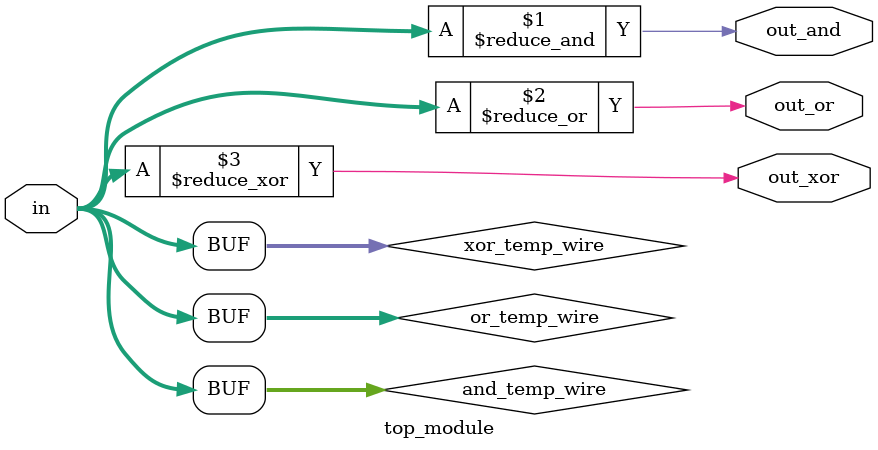
<source format=sv>
module top_module (
    input [99:0] in,
    output out_and,
    output out_or,
    output out_xor
);

    wire [99:0] and_temp_wire;
    wire [99:0] or_temp_wire;
    wire [99:0] xor_temp_wire;

    assign out_and = &and_temp_wire;
    assign out_or = |or_temp_wire;
    assign out_xor = ^xor_temp_wire;

    assign and_temp_wire = in;
    assign or_temp_wire = in;
    assign xor_temp_wire = in;

endmodule

</source>
